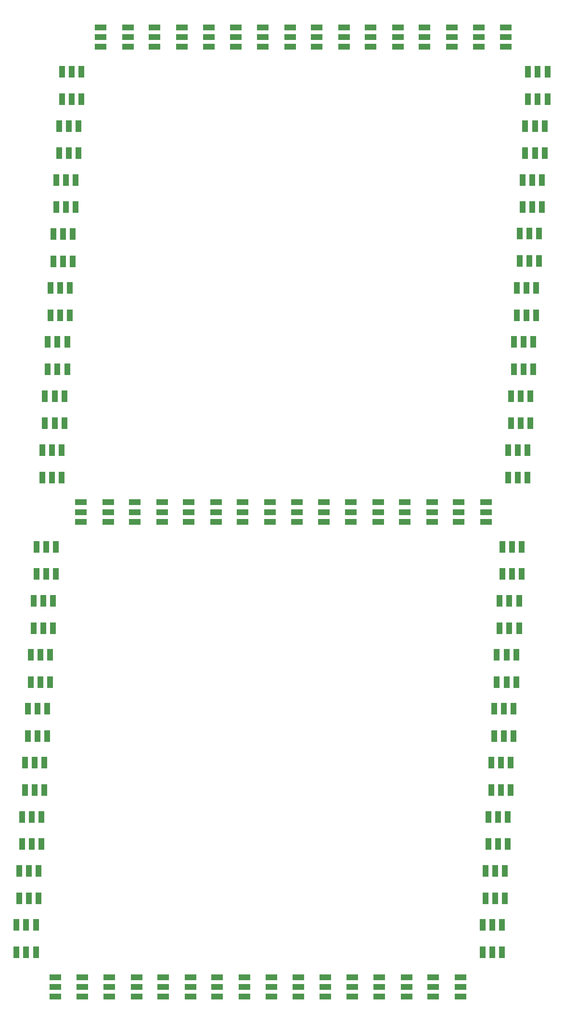
<source format=gbr>
G04 #@! TF.GenerationSoftware,KiCad,Pcbnew,(5.1.4)-1*
G04 #@! TF.CreationDate,2019-11-12T22:00:31+01:00*
G04 #@! TF.ProjectId,Digit,44696769-742e-46b6-9963-61645f706362,rev?*
G04 #@! TF.SameCoordinates,Original*
G04 #@! TF.FileFunction,Paste,Top*
G04 #@! TF.FilePolarity,Positive*
%FSLAX46Y46*%
G04 Gerber Fmt 4.6, Leading zero omitted, Abs format (unit mm)*
G04 Created by KiCad (PCBNEW (5.1.4)-1) date 2019-11-12 22:00:31*
%MOMM*%
%LPD*%
G04 APERTURE LIST*
%ADD10R,1.100000X2.000000*%
%ADD11R,2.000000X1.100000*%
G04 APERTURE END LIST*
D10*
X78800000Y-53600000D03*
X80500000Y-53600000D03*
X82200000Y-53600000D03*
X82200000Y-58400000D03*
X80500000Y-58400000D03*
X78800000Y-58400000D03*
D11*
X128400000Y-45800000D03*
X128400000Y-47500000D03*
X128400000Y-49200000D03*
X123600000Y-49200000D03*
X123600000Y-47500000D03*
X123600000Y-45800000D03*
X114100000Y-49200000D03*
X114100000Y-47500000D03*
X114100000Y-45800000D03*
X118900000Y-45800000D03*
X118900000Y-47500000D03*
X118900000Y-49200000D03*
X85600000Y-49200000D03*
X85600000Y-47500000D03*
X85600000Y-45800000D03*
X90400000Y-45800000D03*
X90400000Y-47500000D03*
X90400000Y-49200000D03*
X95100000Y-49200000D03*
X95100000Y-47500000D03*
X95100000Y-45800000D03*
X99900000Y-45800000D03*
X99900000Y-47500000D03*
X99900000Y-49200000D03*
X104600000Y-49200000D03*
X104600000Y-47500000D03*
X104600000Y-45800000D03*
X109400000Y-45800000D03*
X109400000Y-47500000D03*
X109400000Y-49200000D03*
D10*
X78300000Y-63100000D03*
X80000000Y-63100000D03*
X81700000Y-63100000D03*
X81700000Y-67900000D03*
X80000000Y-67900000D03*
X78300000Y-67900000D03*
X77800000Y-72600000D03*
X79500000Y-72600000D03*
X81200000Y-72600000D03*
X81200000Y-77400000D03*
X79500000Y-77400000D03*
X77800000Y-77400000D03*
X77300000Y-82100000D03*
X79000000Y-82100000D03*
X80700000Y-82100000D03*
X80700000Y-86900000D03*
X79000000Y-86900000D03*
X77300000Y-86900000D03*
X74300000Y-137100000D03*
X76000000Y-137100000D03*
X77700000Y-137100000D03*
X77700000Y-141900000D03*
X76000000Y-141900000D03*
X74300000Y-141900000D03*
X73800000Y-146600000D03*
X75500000Y-146600000D03*
X77200000Y-146600000D03*
X77200000Y-151400000D03*
X75500000Y-151400000D03*
X73800000Y-151400000D03*
X73300000Y-156100000D03*
X75000000Y-156100000D03*
X76700000Y-156100000D03*
X76700000Y-160900000D03*
X75000000Y-160900000D03*
X73300000Y-160900000D03*
X72800000Y-165600000D03*
X74500000Y-165600000D03*
X76200000Y-165600000D03*
X76200000Y-170400000D03*
X74500000Y-170400000D03*
X72800000Y-170400000D03*
X78700000Y-124900000D03*
X77000000Y-124900000D03*
X75300000Y-124900000D03*
X75300000Y-120100000D03*
X77000000Y-120100000D03*
X78700000Y-120100000D03*
X79200000Y-115400000D03*
X77500000Y-115400000D03*
X75800000Y-115400000D03*
X75800000Y-110600000D03*
X77500000Y-110600000D03*
X79200000Y-110600000D03*
X79700000Y-105900000D03*
X78000000Y-105900000D03*
X76300000Y-105900000D03*
X76300000Y-101100000D03*
X78000000Y-101100000D03*
X79700000Y-101100000D03*
X80200000Y-96400000D03*
X78500000Y-96400000D03*
X76800000Y-96400000D03*
X76800000Y-91600000D03*
X78500000Y-91600000D03*
X80200000Y-91600000D03*
X74200000Y-208400000D03*
X72500000Y-208400000D03*
X70800000Y-208400000D03*
X70800000Y-203600000D03*
X72500000Y-203600000D03*
X74200000Y-203600000D03*
X74700000Y-198900000D03*
X73000000Y-198900000D03*
X71300000Y-198900000D03*
X71300000Y-194100000D03*
X73000000Y-194100000D03*
X74700000Y-194100000D03*
X75200000Y-189400000D03*
X73500000Y-189400000D03*
X71800000Y-189400000D03*
X71800000Y-184600000D03*
X73500000Y-184600000D03*
X75200000Y-184600000D03*
X75700000Y-179900000D03*
X74000000Y-179900000D03*
X72300000Y-179900000D03*
X72300000Y-175100000D03*
X74000000Y-175100000D03*
X75700000Y-175100000D03*
D11*
X82100000Y-132700000D03*
X82100000Y-131000000D03*
X82100000Y-129300000D03*
X86900000Y-129300000D03*
X86900000Y-131000000D03*
X86900000Y-132700000D03*
X91600000Y-132700000D03*
X91600000Y-131000000D03*
X91600000Y-129300000D03*
X96400000Y-129300000D03*
X96400000Y-131000000D03*
X96400000Y-132700000D03*
X101100000Y-132700000D03*
X101100000Y-131000000D03*
X101100000Y-129300000D03*
X105900000Y-129300000D03*
X105900000Y-131000000D03*
X105900000Y-132700000D03*
X110600000Y-132700000D03*
X110600000Y-131000000D03*
X110600000Y-129300000D03*
X115400000Y-129300000D03*
X115400000Y-131000000D03*
X115400000Y-132700000D03*
X77600000Y-216200000D03*
X77600000Y-214500000D03*
X77600000Y-212800000D03*
X82400000Y-212800000D03*
X82400000Y-214500000D03*
X82400000Y-216200000D03*
X87100000Y-216200000D03*
X87100000Y-214500000D03*
X87100000Y-212800000D03*
X91900000Y-212800000D03*
X91900000Y-214500000D03*
X91900000Y-216200000D03*
X96600000Y-216200000D03*
X96600000Y-214500000D03*
X96600000Y-212800000D03*
X101400000Y-212800000D03*
X101400000Y-214500000D03*
X101400000Y-216200000D03*
X106100000Y-216200000D03*
X106100000Y-214500000D03*
X106100000Y-212800000D03*
X110900000Y-212800000D03*
X110900000Y-214500000D03*
X110900000Y-216200000D03*
X153400000Y-129300000D03*
X153400000Y-131000000D03*
X153400000Y-132700000D03*
X148600000Y-132700000D03*
X148600000Y-131000000D03*
X148600000Y-129300000D03*
X143900000Y-129300000D03*
X143900000Y-131000000D03*
X143900000Y-132700000D03*
X139100000Y-132700000D03*
X139100000Y-131000000D03*
X139100000Y-129300000D03*
X134400000Y-129300000D03*
X134400000Y-131000000D03*
X134400000Y-132700000D03*
X129600000Y-132700000D03*
X129600000Y-131000000D03*
X129600000Y-129300000D03*
X124900000Y-129300000D03*
X124900000Y-131000000D03*
X124900000Y-132700000D03*
X120100000Y-132700000D03*
X120100000Y-131000000D03*
X120100000Y-129300000D03*
X148900000Y-212800000D03*
X148900000Y-214500000D03*
X148900000Y-216200000D03*
X144100000Y-216200000D03*
X144100000Y-214500000D03*
X144100000Y-212800000D03*
X139400000Y-212800000D03*
X139400000Y-214500000D03*
X139400000Y-216200000D03*
X134600000Y-216200000D03*
X134600000Y-214500000D03*
X134600000Y-212800000D03*
X129900000Y-212800000D03*
X129900000Y-214500000D03*
X129900000Y-216200000D03*
X125100000Y-216200000D03*
X125100000Y-214500000D03*
X125100000Y-212800000D03*
X120400000Y-212800000D03*
X120400000Y-214500000D03*
X120400000Y-216200000D03*
X115600000Y-216200000D03*
X115600000Y-214500000D03*
X115600000Y-212800000D03*
D10*
X160700000Y-124900000D03*
X159000000Y-124900000D03*
X157300000Y-124900000D03*
X157300000Y-120100000D03*
X159000000Y-120100000D03*
X160700000Y-120100000D03*
X161200000Y-115400000D03*
X159500000Y-115400000D03*
X157800000Y-115400000D03*
X157800000Y-110600000D03*
X159500000Y-110600000D03*
X161200000Y-110600000D03*
X161700000Y-105900000D03*
X160000000Y-105900000D03*
X158300000Y-105900000D03*
X158300000Y-101100000D03*
X160000000Y-101100000D03*
X161700000Y-101100000D03*
X162200000Y-96400000D03*
X160500000Y-96400000D03*
X158800000Y-96400000D03*
X158800000Y-91600000D03*
X160500000Y-91600000D03*
X162200000Y-91600000D03*
X156200000Y-208400000D03*
X154500000Y-208400000D03*
X152800000Y-208400000D03*
X152800000Y-203600000D03*
X154500000Y-203600000D03*
X156200000Y-203600000D03*
X156700000Y-198900000D03*
X155000000Y-198900000D03*
X153300000Y-198900000D03*
X153300000Y-194100000D03*
X155000000Y-194100000D03*
X156700000Y-194100000D03*
X157200000Y-189400000D03*
X155500000Y-189400000D03*
X153800000Y-189400000D03*
X153800000Y-184600000D03*
X155500000Y-184600000D03*
X157200000Y-184600000D03*
X157700000Y-179900000D03*
X156000000Y-179900000D03*
X154300000Y-179900000D03*
X154300000Y-175100000D03*
X156000000Y-175100000D03*
X157700000Y-175100000D03*
X160800000Y-53600000D03*
X162500000Y-53600000D03*
X164200000Y-53600000D03*
X164200000Y-58400000D03*
X162500000Y-58400000D03*
X160800000Y-58400000D03*
X160300000Y-63100000D03*
X162000000Y-63100000D03*
X163700000Y-63100000D03*
X163700000Y-67900000D03*
X162000000Y-67900000D03*
X160300000Y-67900000D03*
X159800000Y-72600000D03*
X161500000Y-72600000D03*
X163200000Y-72600000D03*
X163200000Y-77400000D03*
X161500000Y-77400000D03*
X159800000Y-77400000D03*
X159300000Y-82000000D03*
X161000000Y-82000000D03*
X162700000Y-82000000D03*
X162700000Y-86800000D03*
X161000000Y-86800000D03*
X159300000Y-86800000D03*
X156300000Y-137100000D03*
X158000000Y-137100000D03*
X159700000Y-137100000D03*
X159700000Y-141900000D03*
X158000000Y-141900000D03*
X156300000Y-141900000D03*
X155800000Y-146600000D03*
X157500000Y-146600000D03*
X159200000Y-146600000D03*
X159200000Y-151400000D03*
X157500000Y-151400000D03*
X155800000Y-151400000D03*
X155300000Y-156100000D03*
X157000000Y-156100000D03*
X158700000Y-156100000D03*
X158700000Y-160900000D03*
X157000000Y-160900000D03*
X155300000Y-160900000D03*
X154800000Y-165600000D03*
X156500000Y-165600000D03*
X158200000Y-165600000D03*
X158200000Y-170400000D03*
X156500000Y-170400000D03*
X154800000Y-170400000D03*
D11*
X156900000Y-45800000D03*
X156900000Y-47500000D03*
X156900000Y-49200000D03*
X152100000Y-49200000D03*
X152100000Y-47500000D03*
X152100000Y-45800000D03*
X147400000Y-45800000D03*
X147400000Y-47500000D03*
X147400000Y-49200000D03*
X142600000Y-49200000D03*
X142600000Y-47500000D03*
X142600000Y-45800000D03*
X137900000Y-45800000D03*
X137900000Y-47500000D03*
X137900000Y-49200000D03*
X133100000Y-49200000D03*
X133100000Y-47500000D03*
X133100000Y-45800000D03*
M02*

</source>
